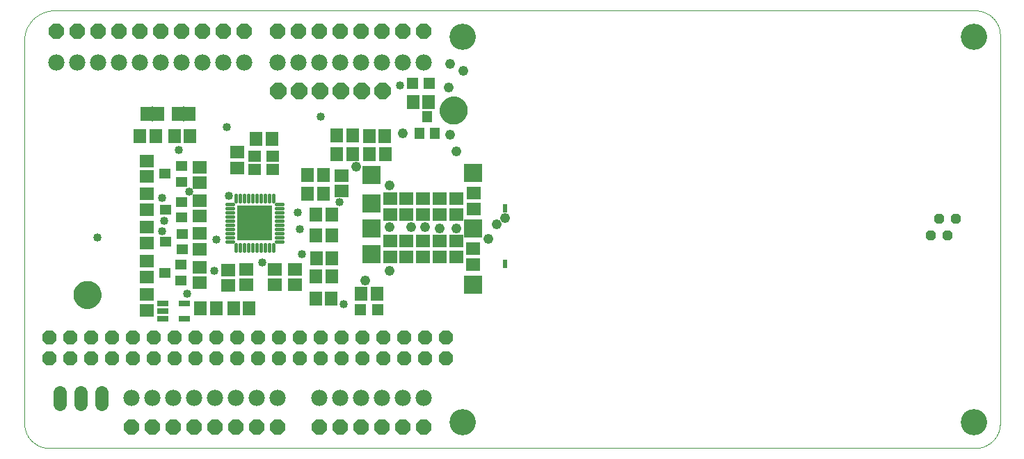
<source format=gts>
G75*
%MOIN*%
%OFA0B0*%
%FSLAX25Y25*%
%IPPOS*%
%LPD*%
%AMOC8*
5,1,8,0,0,1.08239X$1,22.5*
%
%ADD10C,0.00000*%
%ADD11C,0.12611*%
%ADD12R,0.16548X0.16548*%
%ADD13C,0.01784*%
%ADD14R,0.05918X0.06706*%
%ADD15R,0.06706X0.05918*%
%ADD16R,0.08674X0.08674*%
%ADD17R,0.06312X0.05524*%
%ADD18R,0.02493X0.01902*%
%ADD19R,0.05524X0.05524*%
%ADD20R,0.05524X0.02965*%
%ADD21C,0.04724*%
%ADD22C,0.04737*%
%ADD23OC8,0.07400*%
%ADD24R,0.05400X0.07100*%
%ADD25R,0.00600X0.07200*%
%ADD26R,0.05800X0.04737*%
%ADD27C,0.07800*%
%ADD28OC8,0.07800*%
%ADD29R,0.04737X0.05800*%
%ADD30C,0.06400*%
%ADD31OC8,0.06800*%
%ADD32C,0.03981*%
%ADD33C,0.04769*%
%ADD34C,0.04375*%
%ADD35OC8,0.04769*%
D10*
X0063780Y0019811D02*
X0063780Y0204189D01*
X0063796Y0204540D01*
X0063822Y0204891D01*
X0063855Y0205240D01*
X0063898Y0205589D01*
X0063949Y0205937D01*
X0064008Y0206283D01*
X0064076Y0206628D01*
X0064152Y0206971D01*
X0064237Y0207312D01*
X0064330Y0207651D01*
X0064432Y0207988D01*
X0064541Y0208322D01*
X0064659Y0208653D01*
X0064785Y0208981D01*
X0064919Y0209306D01*
X0065060Y0209628D01*
X0065210Y0209946D01*
X0065368Y0210260D01*
X0065533Y0210570D01*
X0065705Y0210876D01*
X0065885Y0211178D01*
X0066073Y0211475D01*
X0066268Y0211768D01*
X0066469Y0212056D01*
X0066678Y0212338D01*
X0066894Y0212616D01*
X0067116Y0212888D01*
X0067345Y0213154D01*
X0067581Y0213415D01*
X0067823Y0213670D01*
X0068071Y0213919D01*
X0068325Y0214162D01*
X0068585Y0214399D01*
X0068851Y0214629D01*
X0069122Y0214852D01*
X0069399Y0215069D01*
X0069680Y0215279D01*
X0069967Y0215482D01*
X0070259Y0215678D01*
X0070556Y0215866D01*
X0070857Y0216047D01*
X0071162Y0216221D01*
X0071472Y0216388D01*
X0071786Y0216546D01*
X0072103Y0216697D01*
X0072424Y0216840D01*
X0072749Y0216975D01*
X0073076Y0217102D01*
X0073407Y0217221D01*
X0073740Y0217332D01*
X0074077Y0217435D01*
X0074415Y0217529D01*
X0074756Y0217615D01*
X0075099Y0217693D01*
X0075443Y0217762D01*
X0075789Y0217823D01*
X0076137Y0217875D01*
X0076486Y0217919D01*
X0076835Y0217954D01*
X0077186Y0217980D01*
X0077537Y0217998D01*
X0077888Y0218008D01*
X0078240Y0218008D01*
X0078591Y0218000D01*
X0519409Y0218000D01*
X0531280Y0206189D02*
X0531280Y0019811D01*
X0531279Y0019811D02*
X0531275Y0019525D01*
X0531264Y0019239D01*
X0531246Y0018953D01*
X0531221Y0018668D01*
X0531189Y0018384D01*
X0531151Y0018100D01*
X0531105Y0017818D01*
X0531053Y0017537D01*
X0530994Y0017257D01*
X0530928Y0016978D01*
X0530855Y0016701D01*
X0530776Y0016426D01*
X0530690Y0016153D01*
X0530598Y0015883D01*
X0530499Y0015614D01*
X0530394Y0015348D01*
X0530282Y0015085D01*
X0530164Y0014824D01*
X0530040Y0014566D01*
X0529909Y0014312D01*
X0529772Y0014060D01*
X0529630Y0013812D01*
X0529481Y0013568D01*
X0529327Y0013327D01*
X0529166Y0013090D01*
X0529000Y0012857D01*
X0528829Y0012628D01*
X0528652Y0012403D01*
X0528469Y0012183D01*
X0528282Y0011967D01*
X0528089Y0011755D01*
X0527891Y0011549D01*
X0527688Y0011347D01*
X0527481Y0011150D01*
X0527268Y0010958D01*
X0527051Y0010771D01*
X0526830Y0010590D01*
X0526604Y0010414D01*
X0526374Y0010244D01*
X0526140Y0010079D01*
X0525903Y0009920D01*
X0525661Y0009767D01*
X0525416Y0009619D01*
X0525167Y0009478D01*
X0524915Y0009342D01*
X0524660Y0009213D01*
X0524401Y0009090D01*
X0524140Y0008973D01*
X0523876Y0008863D01*
X0523610Y0008759D01*
X0523341Y0008661D01*
X0523069Y0008570D01*
X0522796Y0008486D01*
X0522521Y0008408D01*
X0522244Y0008337D01*
X0521965Y0008273D01*
X0521685Y0008215D01*
X0521403Y0008164D01*
X0521120Y0008120D01*
X0520837Y0008083D01*
X0520552Y0008052D01*
X0520267Y0008029D01*
X0519981Y0008012D01*
X0519695Y0008003D01*
X0519409Y0008000D01*
X0075591Y0008000D01*
X0075306Y0008003D01*
X0075020Y0008014D01*
X0074735Y0008031D01*
X0074451Y0008055D01*
X0074167Y0008086D01*
X0073884Y0008124D01*
X0073603Y0008169D01*
X0073322Y0008220D01*
X0073042Y0008278D01*
X0072764Y0008343D01*
X0072488Y0008415D01*
X0072214Y0008493D01*
X0071941Y0008578D01*
X0071671Y0008670D01*
X0071403Y0008768D01*
X0071137Y0008872D01*
X0070874Y0008983D01*
X0070614Y0009100D01*
X0070356Y0009223D01*
X0070102Y0009353D01*
X0069851Y0009489D01*
X0069603Y0009630D01*
X0069359Y0009778D01*
X0069118Y0009931D01*
X0068882Y0010091D01*
X0068649Y0010256D01*
X0068420Y0010426D01*
X0068195Y0010602D01*
X0067975Y0010784D01*
X0067759Y0010970D01*
X0067548Y0011162D01*
X0067341Y0011359D01*
X0067139Y0011561D01*
X0066942Y0011768D01*
X0066750Y0011979D01*
X0066564Y0012195D01*
X0066382Y0012415D01*
X0066206Y0012640D01*
X0066036Y0012869D01*
X0065871Y0013102D01*
X0065711Y0013338D01*
X0065558Y0013579D01*
X0065410Y0013823D01*
X0065269Y0014071D01*
X0065133Y0014322D01*
X0065003Y0014576D01*
X0064880Y0014834D01*
X0064763Y0015094D01*
X0064652Y0015357D01*
X0064548Y0015623D01*
X0064450Y0015891D01*
X0064358Y0016161D01*
X0064273Y0016434D01*
X0064195Y0016708D01*
X0064123Y0016984D01*
X0064058Y0017262D01*
X0064000Y0017542D01*
X0063949Y0017823D01*
X0063904Y0018104D01*
X0063866Y0018387D01*
X0063835Y0018671D01*
X0063811Y0018955D01*
X0063794Y0019240D01*
X0063783Y0019526D01*
X0063780Y0019811D01*
X0267874Y0020500D02*
X0267876Y0020653D01*
X0267882Y0020807D01*
X0267892Y0020960D01*
X0267906Y0021112D01*
X0267924Y0021265D01*
X0267946Y0021416D01*
X0267971Y0021567D01*
X0268001Y0021718D01*
X0268035Y0021868D01*
X0268072Y0022016D01*
X0268113Y0022164D01*
X0268158Y0022310D01*
X0268207Y0022456D01*
X0268260Y0022600D01*
X0268316Y0022742D01*
X0268376Y0022883D01*
X0268440Y0023023D01*
X0268507Y0023161D01*
X0268578Y0023297D01*
X0268653Y0023431D01*
X0268730Y0023563D01*
X0268812Y0023693D01*
X0268896Y0023821D01*
X0268984Y0023947D01*
X0269075Y0024070D01*
X0269169Y0024191D01*
X0269267Y0024309D01*
X0269367Y0024425D01*
X0269471Y0024538D01*
X0269577Y0024649D01*
X0269686Y0024757D01*
X0269798Y0024862D01*
X0269912Y0024963D01*
X0270030Y0025062D01*
X0270149Y0025158D01*
X0270271Y0025251D01*
X0270396Y0025340D01*
X0270523Y0025427D01*
X0270652Y0025509D01*
X0270783Y0025589D01*
X0270916Y0025665D01*
X0271051Y0025738D01*
X0271188Y0025807D01*
X0271327Y0025872D01*
X0271467Y0025934D01*
X0271609Y0025992D01*
X0271752Y0026047D01*
X0271897Y0026098D01*
X0272043Y0026145D01*
X0272190Y0026188D01*
X0272338Y0026227D01*
X0272487Y0026263D01*
X0272637Y0026294D01*
X0272788Y0026322D01*
X0272939Y0026346D01*
X0273092Y0026366D01*
X0273244Y0026382D01*
X0273397Y0026394D01*
X0273550Y0026402D01*
X0273703Y0026406D01*
X0273857Y0026406D01*
X0274010Y0026402D01*
X0274163Y0026394D01*
X0274316Y0026382D01*
X0274468Y0026366D01*
X0274621Y0026346D01*
X0274772Y0026322D01*
X0274923Y0026294D01*
X0275073Y0026263D01*
X0275222Y0026227D01*
X0275370Y0026188D01*
X0275517Y0026145D01*
X0275663Y0026098D01*
X0275808Y0026047D01*
X0275951Y0025992D01*
X0276093Y0025934D01*
X0276233Y0025872D01*
X0276372Y0025807D01*
X0276509Y0025738D01*
X0276644Y0025665D01*
X0276777Y0025589D01*
X0276908Y0025509D01*
X0277037Y0025427D01*
X0277164Y0025340D01*
X0277289Y0025251D01*
X0277411Y0025158D01*
X0277530Y0025062D01*
X0277648Y0024963D01*
X0277762Y0024862D01*
X0277874Y0024757D01*
X0277983Y0024649D01*
X0278089Y0024538D01*
X0278193Y0024425D01*
X0278293Y0024309D01*
X0278391Y0024191D01*
X0278485Y0024070D01*
X0278576Y0023947D01*
X0278664Y0023821D01*
X0278748Y0023693D01*
X0278830Y0023563D01*
X0278907Y0023431D01*
X0278982Y0023297D01*
X0279053Y0023161D01*
X0279120Y0023023D01*
X0279184Y0022883D01*
X0279244Y0022742D01*
X0279300Y0022600D01*
X0279353Y0022456D01*
X0279402Y0022310D01*
X0279447Y0022164D01*
X0279488Y0022016D01*
X0279525Y0021868D01*
X0279559Y0021718D01*
X0279589Y0021567D01*
X0279614Y0021416D01*
X0279636Y0021265D01*
X0279654Y0021112D01*
X0279668Y0020960D01*
X0279678Y0020807D01*
X0279684Y0020653D01*
X0279686Y0020500D01*
X0279684Y0020347D01*
X0279678Y0020193D01*
X0279668Y0020040D01*
X0279654Y0019888D01*
X0279636Y0019735D01*
X0279614Y0019584D01*
X0279589Y0019433D01*
X0279559Y0019282D01*
X0279525Y0019132D01*
X0279488Y0018984D01*
X0279447Y0018836D01*
X0279402Y0018690D01*
X0279353Y0018544D01*
X0279300Y0018400D01*
X0279244Y0018258D01*
X0279184Y0018117D01*
X0279120Y0017977D01*
X0279053Y0017839D01*
X0278982Y0017703D01*
X0278907Y0017569D01*
X0278830Y0017437D01*
X0278748Y0017307D01*
X0278664Y0017179D01*
X0278576Y0017053D01*
X0278485Y0016930D01*
X0278391Y0016809D01*
X0278293Y0016691D01*
X0278193Y0016575D01*
X0278089Y0016462D01*
X0277983Y0016351D01*
X0277874Y0016243D01*
X0277762Y0016138D01*
X0277648Y0016037D01*
X0277530Y0015938D01*
X0277411Y0015842D01*
X0277289Y0015749D01*
X0277164Y0015660D01*
X0277037Y0015573D01*
X0276908Y0015491D01*
X0276777Y0015411D01*
X0276644Y0015335D01*
X0276509Y0015262D01*
X0276372Y0015193D01*
X0276233Y0015128D01*
X0276093Y0015066D01*
X0275951Y0015008D01*
X0275808Y0014953D01*
X0275663Y0014902D01*
X0275517Y0014855D01*
X0275370Y0014812D01*
X0275222Y0014773D01*
X0275073Y0014737D01*
X0274923Y0014706D01*
X0274772Y0014678D01*
X0274621Y0014654D01*
X0274468Y0014634D01*
X0274316Y0014618D01*
X0274163Y0014606D01*
X0274010Y0014598D01*
X0273857Y0014594D01*
X0273703Y0014594D01*
X0273550Y0014598D01*
X0273397Y0014606D01*
X0273244Y0014618D01*
X0273092Y0014634D01*
X0272939Y0014654D01*
X0272788Y0014678D01*
X0272637Y0014706D01*
X0272487Y0014737D01*
X0272338Y0014773D01*
X0272190Y0014812D01*
X0272043Y0014855D01*
X0271897Y0014902D01*
X0271752Y0014953D01*
X0271609Y0015008D01*
X0271467Y0015066D01*
X0271327Y0015128D01*
X0271188Y0015193D01*
X0271051Y0015262D01*
X0270916Y0015335D01*
X0270783Y0015411D01*
X0270652Y0015491D01*
X0270523Y0015573D01*
X0270396Y0015660D01*
X0270271Y0015749D01*
X0270149Y0015842D01*
X0270030Y0015938D01*
X0269912Y0016037D01*
X0269798Y0016138D01*
X0269686Y0016243D01*
X0269577Y0016351D01*
X0269471Y0016462D01*
X0269367Y0016575D01*
X0269267Y0016691D01*
X0269169Y0016809D01*
X0269075Y0016930D01*
X0268984Y0017053D01*
X0268896Y0017179D01*
X0268812Y0017307D01*
X0268730Y0017437D01*
X0268653Y0017569D01*
X0268578Y0017703D01*
X0268507Y0017839D01*
X0268440Y0017977D01*
X0268376Y0018117D01*
X0268316Y0018258D01*
X0268260Y0018400D01*
X0268207Y0018544D01*
X0268158Y0018690D01*
X0268113Y0018836D01*
X0268072Y0018984D01*
X0268035Y0019132D01*
X0268001Y0019282D01*
X0267971Y0019433D01*
X0267946Y0019584D01*
X0267924Y0019735D01*
X0267906Y0019888D01*
X0267892Y0020040D01*
X0267882Y0020193D01*
X0267876Y0020347D01*
X0267874Y0020500D01*
X0512874Y0020500D02*
X0512876Y0020653D01*
X0512882Y0020807D01*
X0512892Y0020960D01*
X0512906Y0021112D01*
X0512924Y0021265D01*
X0512946Y0021416D01*
X0512971Y0021567D01*
X0513001Y0021718D01*
X0513035Y0021868D01*
X0513072Y0022016D01*
X0513113Y0022164D01*
X0513158Y0022310D01*
X0513207Y0022456D01*
X0513260Y0022600D01*
X0513316Y0022742D01*
X0513376Y0022883D01*
X0513440Y0023023D01*
X0513507Y0023161D01*
X0513578Y0023297D01*
X0513653Y0023431D01*
X0513730Y0023563D01*
X0513812Y0023693D01*
X0513896Y0023821D01*
X0513984Y0023947D01*
X0514075Y0024070D01*
X0514169Y0024191D01*
X0514267Y0024309D01*
X0514367Y0024425D01*
X0514471Y0024538D01*
X0514577Y0024649D01*
X0514686Y0024757D01*
X0514798Y0024862D01*
X0514912Y0024963D01*
X0515030Y0025062D01*
X0515149Y0025158D01*
X0515271Y0025251D01*
X0515396Y0025340D01*
X0515523Y0025427D01*
X0515652Y0025509D01*
X0515783Y0025589D01*
X0515916Y0025665D01*
X0516051Y0025738D01*
X0516188Y0025807D01*
X0516327Y0025872D01*
X0516467Y0025934D01*
X0516609Y0025992D01*
X0516752Y0026047D01*
X0516897Y0026098D01*
X0517043Y0026145D01*
X0517190Y0026188D01*
X0517338Y0026227D01*
X0517487Y0026263D01*
X0517637Y0026294D01*
X0517788Y0026322D01*
X0517939Y0026346D01*
X0518092Y0026366D01*
X0518244Y0026382D01*
X0518397Y0026394D01*
X0518550Y0026402D01*
X0518703Y0026406D01*
X0518857Y0026406D01*
X0519010Y0026402D01*
X0519163Y0026394D01*
X0519316Y0026382D01*
X0519468Y0026366D01*
X0519621Y0026346D01*
X0519772Y0026322D01*
X0519923Y0026294D01*
X0520073Y0026263D01*
X0520222Y0026227D01*
X0520370Y0026188D01*
X0520517Y0026145D01*
X0520663Y0026098D01*
X0520808Y0026047D01*
X0520951Y0025992D01*
X0521093Y0025934D01*
X0521233Y0025872D01*
X0521372Y0025807D01*
X0521509Y0025738D01*
X0521644Y0025665D01*
X0521777Y0025589D01*
X0521908Y0025509D01*
X0522037Y0025427D01*
X0522164Y0025340D01*
X0522289Y0025251D01*
X0522411Y0025158D01*
X0522530Y0025062D01*
X0522648Y0024963D01*
X0522762Y0024862D01*
X0522874Y0024757D01*
X0522983Y0024649D01*
X0523089Y0024538D01*
X0523193Y0024425D01*
X0523293Y0024309D01*
X0523391Y0024191D01*
X0523485Y0024070D01*
X0523576Y0023947D01*
X0523664Y0023821D01*
X0523748Y0023693D01*
X0523830Y0023563D01*
X0523907Y0023431D01*
X0523982Y0023297D01*
X0524053Y0023161D01*
X0524120Y0023023D01*
X0524184Y0022883D01*
X0524244Y0022742D01*
X0524300Y0022600D01*
X0524353Y0022456D01*
X0524402Y0022310D01*
X0524447Y0022164D01*
X0524488Y0022016D01*
X0524525Y0021868D01*
X0524559Y0021718D01*
X0524589Y0021567D01*
X0524614Y0021416D01*
X0524636Y0021265D01*
X0524654Y0021112D01*
X0524668Y0020960D01*
X0524678Y0020807D01*
X0524684Y0020653D01*
X0524686Y0020500D01*
X0524684Y0020347D01*
X0524678Y0020193D01*
X0524668Y0020040D01*
X0524654Y0019888D01*
X0524636Y0019735D01*
X0524614Y0019584D01*
X0524589Y0019433D01*
X0524559Y0019282D01*
X0524525Y0019132D01*
X0524488Y0018984D01*
X0524447Y0018836D01*
X0524402Y0018690D01*
X0524353Y0018544D01*
X0524300Y0018400D01*
X0524244Y0018258D01*
X0524184Y0018117D01*
X0524120Y0017977D01*
X0524053Y0017839D01*
X0523982Y0017703D01*
X0523907Y0017569D01*
X0523830Y0017437D01*
X0523748Y0017307D01*
X0523664Y0017179D01*
X0523576Y0017053D01*
X0523485Y0016930D01*
X0523391Y0016809D01*
X0523293Y0016691D01*
X0523193Y0016575D01*
X0523089Y0016462D01*
X0522983Y0016351D01*
X0522874Y0016243D01*
X0522762Y0016138D01*
X0522648Y0016037D01*
X0522530Y0015938D01*
X0522411Y0015842D01*
X0522289Y0015749D01*
X0522164Y0015660D01*
X0522037Y0015573D01*
X0521908Y0015491D01*
X0521777Y0015411D01*
X0521644Y0015335D01*
X0521509Y0015262D01*
X0521372Y0015193D01*
X0521233Y0015128D01*
X0521093Y0015066D01*
X0520951Y0015008D01*
X0520808Y0014953D01*
X0520663Y0014902D01*
X0520517Y0014855D01*
X0520370Y0014812D01*
X0520222Y0014773D01*
X0520073Y0014737D01*
X0519923Y0014706D01*
X0519772Y0014678D01*
X0519621Y0014654D01*
X0519468Y0014634D01*
X0519316Y0014618D01*
X0519163Y0014606D01*
X0519010Y0014598D01*
X0518857Y0014594D01*
X0518703Y0014594D01*
X0518550Y0014598D01*
X0518397Y0014606D01*
X0518244Y0014618D01*
X0518092Y0014634D01*
X0517939Y0014654D01*
X0517788Y0014678D01*
X0517637Y0014706D01*
X0517487Y0014737D01*
X0517338Y0014773D01*
X0517190Y0014812D01*
X0517043Y0014855D01*
X0516897Y0014902D01*
X0516752Y0014953D01*
X0516609Y0015008D01*
X0516467Y0015066D01*
X0516327Y0015128D01*
X0516188Y0015193D01*
X0516051Y0015262D01*
X0515916Y0015335D01*
X0515783Y0015411D01*
X0515652Y0015491D01*
X0515523Y0015573D01*
X0515396Y0015660D01*
X0515271Y0015749D01*
X0515149Y0015842D01*
X0515030Y0015938D01*
X0514912Y0016037D01*
X0514798Y0016138D01*
X0514686Y0016243D01*
X0514577Y0016351D01*
X0514471Y0016462D01*
X0514367Y0016575D01*
X0514267Y0016691D01*
X0514169Y0016809D01*
X0514075Y0016930D01*
X0513984Y0017053D01*
X0513896Y0017179D01*
X0513812Y0017307D01*
X0513730Y0017437D01*
X0513653Y0017569D01*
X0513578Y0017703D01*
X0513507Y0017839D01*
X0513440Y0017977D01*
X0513376Y0018117D01*
X0513316Y0018258D01*
X0513260Y0018400D01*
X0513207Y0018544D01*
X0513158Y0018690D01*
X0513113Y0018836D01*
X0513072Y0018984D01*
X0513035Y0019132D01*
X0513001Y0019282D01*
X0512971Y0019433D01*
X0512946Y0019584D01*
X0512924Y0019735D01*
X0512906Y0019888D01*
X0512892Y0020040D01*
X0512882Y0020193D01*
X0512876Y0020347D01*
X0512874Y0020500D01*
X0512874Y0205500D02*
X0512876Y0205653D01*
X0512882Y0205807D01*
X0512892Y0205960D01*
X0512906Y0206112D01*
X0512924Y0206265D01*
X0512946Y0206416D01*
X0512971Y0206567D01*
X0513001Y0206718D01*
X0513035Y0206868D01*
X0513072Y0207016D01*
X0513113Y0207164D01*
X0513158Y0207310D01*
X0513207Y0207456D01*
X0513260Y0207600D01*
X0513316Y0207742D01*
X0513376Y0207883D01*
X0513440Y0208023D01*
X0513507Y0208161D01*
X0513578Y0208297D01*
X0513653Y0208431D01*
X0513730Y0208563D01*
X0513812Y0208693D01*
X0513896Y0208821D01*
X0513984Y0208947D01*
X0514075Y0209070D01*
X0514169Y0209191D01*
X0514267Y0209309D01*
X0514367Y0209425D01*
X0514471Y0209538D01*
X0514577Y0209649D01*
X0514686Y0209757D01*
X0514798Y0209862D01*
X0514912Y0209963D01*
X0515030Y0210062D01*
X0515149Y0210158D01*
X0515271Y0210251D01*
X0515396Y0210340D01*
X0515523Y0210427D01*
X0515652Y0210509D01*
X0515783Y0210589D01*
X0515916Y0210665D01*
X0516051Y0210738D01*
X0516188Y0210807D01*
X0516327Y0210872D01*
X0516467Y0210934D01*
X0516609Y0210992D01*
X0516752Y0211047D01*
X0516897Y0211098D01*
X0517043Y0211145D01*
X0517190Y0211188D01*
X0517338Y0211227D01*
X0517487Y0211263D01*
X0517637Y0211294D01*
X0517788Y0211322D01*
X0517939Y0211346D01*
X0518092Y0211366D01*
X0518244Y0211382D01*
X0518397Y0211394D01*
X0518550Y0211402D01*
X0518703Y0211406D01*
X0518857Y0211406D01*
X0519010Y0211402D01*
X0519163Y0211394D01*
X0519316Y0211382D01*
X0519468Y0211366D01*
X0519621Y0211346D01*
X0519772Y0211322D01*
X0519923Y0211294D01*
X0520073Y0211263D01*
X0520222Y0211227D01*
X0520370Y0211188D01*
X0520517Y0211145D01*
X0520663Y0211098D01*
X0520808Y0211047D01*
X0520951Y0210992D01*
X0521093Y0210934D01*
X0521233Y0210872D01*
X0521372Y0210807D01*
X0521509Y0210738D01*
X0521644Y0210665D01*
X0521777Y0210589D01*
X0521908Y0210509D01*
X0522037Y0210427D01*
X0522164Y0210340D01*
X0522289Y0210251D01*
X0522411Y0210158D01*
X0522530Y0210062D01*
X0522648Y0209963D01*
X0522762Y0209862D01*
X0522874Y0209757D01*
X0522983Y0209649D01*
X0523089Y0209538D01*
X0523193Y0209425D01*
X0523293Y0209309D01*
X0523391Y0209191D01*
X0523485Y0209070D01*
X0523576Y0208947D01*
X0523664Y0208821D01*
X0523748Y0208693D01*
X0523830Y0208563D01*
X0523907Y0208431D01*
X0523982Y0208297D01*
X0524053Y0208161D01*
X0524120Y0208023D01*
X0524184Y0207883D01*
X0524244Y0207742D01*
X0524300Y0207600D01*
X0524353Y0207456D01*
X0524402Y0207310D01*
X0524447Y0207164D01*
X0524488Y0207016D01*
X0524525Y0206868D01*
X0524559Y0206718D01*
X0524589Y0206567D01*
X0524614Y0206416D01*
X0524636Y0206265D01*
X0524654Y0206112D01*
X0524668Y0205960D01*
X0524678Y0205807D01*
X0524684Y0205653D01*
X0524686Y0205500D01*
X0524684Y0205347D01*
X0524678Y0205193D01*
X0524668Y0205040D01*
X0524654Y0204888D01*
X0524636Y0204735D01*
X0524614Y0204584D01*
X0524589Y0204433D01*
X0524559Y0204282D01*
X0524525Y0204132D01*
X0524488Y0203984D01*
X0524447Y0203836D01*
X0524402Y0203690D01*
X0524353Y0203544D01*
X0524300Y0203400D01*
X0524244Y0203258D01*
X0524184Y0203117D01*
X0524120Y0202977D01*
X0524053Y0202839D01*
X0523982Y0202703D01*
X0523907Y0202569D01*
X0523830Y0202437D01*
X0523748Y0202307D01*
X0523664Y0202179D01*
X0523576Y0202053D01*
X0523485Y0201930D01*
X0523391Y0201809D01*
X0523293Y0201691D01*
X0523193Y0201575D01*
X0523089Y0201462D01*
X0522983Y0201351D01*
X0522874Y0201243D01*
X0522762Y0201138D01*
X0522648Y0201037D01*
X0522530Y0200938D01*
X0522411Y0200842D01*
X0522289Y0200749D01*
X0522164Y0200660D01*
X0522037Y0200573D01*
X0521908Y0200491D01*
X0521777Y0200411D01*
X0521644Y0200335D01*
X0521509Y0200262D01*
X0521372Y0200193D01*
X0521233Y0200128D01*
X0521093Y0200066D01*
X0520951Y0200008D01*
X0520808Y0199953D01*
X0520663Y0199902D01*
X0520517Y0199855D01*
X0520370Y0199812D01*
X0520222Y0199773D01*
X0520073Y0199737D01*
X0519923Y0199706D01*
X0519772Y0199678D01*
X0519621Y0199654D01*
X0519468Y0199634D01*
X0519316Y0199618D01*
X0519163Y0199606D01*
X0519010Y0199598D01*
X0518857Y0199594D01*
X0518703Y0199594D01*
X0518550Y0199598D01*
X0518397Y0199606D01*
X0518244Y0199618D01*
X0518092Y0199634D01*
X0517939Y0199654D01*
X0517788Y0199678D01*
X0517637Y0199706D01*
X0517487Y0199737D01*
X0517338Y0199773D01*
X0517190Y0199812D01*
X0517043Y0199855D01*
X0516897Y0199902D01*
X0516752Y0199953D01*
X0516609Y0200008D01*
X0516467Y0200066D01*
X0516327Y0200128D01*
X0516188Y0200193D01*
X0516051Y0200262D01*
X0515916Y0200335D01*
X0515783Y0200411D01*
X0515652Y0200491D01*
X0515523Y0200573D01*
X0515396Y0200660D01*
X0515271Y0200749D01*
X0515149Y0200842D01*
X0515030Y0200938D01*
X0514912Y0201037D01*
X0514798Y0201138D01*
X0514686Y0201243D01*
X0514577Y0201351D01*
X0514471Y0201462D01*
X0514367Y0201575D01*
X0514267Y0201691D01*
X0514169Y0201809D01*
X0514075Y0201930D01*
X0513984Y0202053D01*
X0513896Y0202179D01*
X0513812Y0202307D01*
X0513730Y0202437D01*
X0513653Y0202569D01*
X0513578Y0202703D01*
X0513507Y0202839D01*
X0513440Y0202977D01*
X0513376Y0203117D01*
X0513316Y0203258D01*
X0513260Y0203400D01*
X0513207Y0203544D01*
X0513158Y0203690D01*
X0513113Y0203836D01*
X0513072Y0203984D01*
X0513035Y0204132D01*
X0513001Y0204282D01*
X0512971Y0204433D01*
X0512946Y0204584D01*
X0512924Y0204735D01*
X0512906Y0204888D01*
X0512892Y0205040D01*
X0512882Y0205193D01*
X0512876Y0205347D01*
X0512874Y0205500D01*
X0519409Y0218000D02*
X0519695Y0217997D01*
X0519981Y0217988D01*
X0520267Y0217971D01*
X0520552Y0217948D01*
X0520837Y0217917D01*
X0521120Y0217880D01*
X0521403Y0217836D01*
X0521685Y0217785D01*
X0521965Y0217727D01*
X0522244Y0217663D01*
X0522521Y0217592D01*
X0522796Y0217514D01*
X0523069Y0217430D01*
X0523341Y0217339D01*
X0523610Y0217241D01*
X0523876Y0217137D01*
X0524140Y0217027D01*
X0524401Y0216910D01*
X0524660Y0216787D01*
X0524915Y0216658D01*
X0525167Y0216522D01*
X0525416Y0216381D01*
X0525661Y0216233D01*
X0525903Y0216080D01*
X0526140Y0215921D01*
X0526374Y0215756D01*
X0526604Y0215586D01*
X0526830Y0215410D01*
X0527051Y0215229D01*
X0527268Y0215042D01*
X0527481Y0214850D01*
X0527688Y0214653D01*
X0527891Y0214451D01*
X0528089Y0214245D01*
X0528282Y0214033D01*
X0528469Y0213817D01*
X0528652Y0213597D01*
X0528829Y0213372D01*
X0529000Y0213143D01*
X0529166Y0212910D01*
X0529327Y0212673D01*
X0529481Y0212432D01*
X0529630Y0212188D01*
X0529772Y0211940D01*
X0529909Y0211688D01*
X0530040Y0211434D01*
X0530164Y0211176D01*
X0530282Y0210915D01*
X0530394Y0210652D01*
X0530499Y0210386D01*
X0530598Y0210117D01*
X0530690Y0209847D01*
X0530776Y0209574D01*
X0530855Y0209299D01*
X0530928Y0209022D01*
X0530994Y0208743D01*
X0531053Y0208463D01*
X0531105Y0208182D01*
X0531151Y0207900D01*
X0531189Y0207616D01*
X0531221Y0207332D01*
X0531246Y0207047D01*
X0531264Y0206761D01*
X0531275Y0206475D01*
X0531279Y0206189D01*
X0267874Y0205500D02*
X0267876Y0205653D01*
X0267882Y0205807D01*
X0267892Y0205960D01*
X0267906Y0206112D01*
X0267924Y0206265D01*
X0267946Y0206416D01*
X0267971Y0206567D01*
X0268001Y0206718D01*
X0268035Y0206868D01*
X0268072Y0207016D01*
X0268113Y0207164D01*
X0268158Y0207310D01*
X0268207Y0207456D01*
X0268260Y0207600D01*
X0268316Y0207742D01*
X0268376Y0207883D01*
X0268440Y0208023D01*
X0268507Y0208161D01*
X0268578Y0208297D01*
X0268653Y0208431D01*
X0268730Y0208563D01*
X0268812Y0208693D01*
X0268896Y0208821D01*
X0268984Y0208947D01*
X0269075Y0209070D01*
X0269169Y0209191D01*
X0269267Y0209309D01*
X0269367Y0209425D01*
X0269471Y0209538D01*
X0269577Y0209649D01*
X0269686Y0209757D01*
X0269798Y0209862D01*
X0269912Y0209963D01*
X0270030Y0210062D01*
X0270149Y0210158D01*
X0270271Y0210251D01*
X0270396Y0210340D01*
X0270523Y0210427D01*
X0270652Y0210509D01*
X0270783Y0210589D01*
X0270916Y0210665D01*
X0271051Y0210738D01*
X0271188Y0210807D01*
X0271327Y0210872D01*
X0271467Y0210934D01*
X0271609Y0210992D01*
X0271752Y0211047D01*
X0271897Y0211098D01*
X0272043Y0211145D01*
X0272190Y0211188D01*
X0272338Y0211227D01*
X0272487Y0211263D01*
X0272637Y0211294D01*
X0272788Y0211322D01*
X0272939Y0211346D01*
X0273092Y0211366D01*
X0273244Y0211382D01*
X0273397Y0211394D01*
X0273550Y0211402D01*
X0273703Y0211406D01*
X0273857Y0211406D01*
X0274010Y0211402D01*
X0274163Y0211394D01*
X0274316Y0211382D01*
X0274468Y0211366D01*
X0274621Y0211346D01*
X0274772Y0211322D01*
X0274923Y0211294D01*
X0275073Y0211263D01*
X0275222Y0211227D01*
X0275370Y0211188D01*
X0275517Y0211145D01*
X0275663Y0211098D01*
X0275808Y0211047D01*
X0275951Y0210992D01*
X0276093Y0210934D01*
X0276233Y0210872D01*
X0276372Y0210807D01*
X0276509Y0210738D01*
X0276644Y0210665D01*
X0276777Y0210589D01*
X0276908Y0210509D01*
X0277037Y0210427D01*
X0277164Y0210340D01*
X0277289Y0210251D01*
X0277411Y0210158D01*
X0277530Y0210062D01*
X0277648Y0209963D01*
X0277762Y0209862D01*
X0277874Y0209757D01*
X0277983Y0209649D01*
X0278089Y0209538D01*
X0278193Y0209425D01*
X0278293Y0209309D01*
X0278391Y0209191D01*
X0278485Y0209070D01*
X0278576Y0208947D01*
X0278664Y0208821D01*
X0278748Y0208693D01*
X0278830Y0208563D01*
X0278907Y0208431D01*
X0278982Y0208297D01*
X0279053Y0208161D01*
X0279120Y0208023D01*
X0279184Y0207883D01*
X0279244Y0207742D01*
X0279300Y0207600D01*
X0279353Y0207456D01*
X0279402Y0207310D01*
X0279447Y0207164D01*
X0279488Y0207016D01*
X0279525Y0206868D01*
X0279559Y0206718D01*
X0279589Y0206567D01*
X0279614Y0206416D01*
X0279636Y0206265D01*
X0279654Y0206112D01*
X0279668Y0205960D01*
X0279678Y0205807D01*
X0279684Y0205653D01*
X0279686Y0205500D01*
X0279684Y0205347D01*
X0279678Y0205193D01*
X0279668Y0205040D01*
X0279654Y0204888D01*
X0279636Y0204735D01*
X0279614Y0204584D01*
X0279589Y0204433D01*
X0279559Y0204282D01*
X0279525Y0204132D01*
X0279488Y0203984D01*
X0279447Y0203836D01*
X0279402Y0203690D01*
X0279353Y0203544D01*
X0279300Y0203400D01*
X0279244Y0203258D01*
X0279184Y0203117D01*
X0279120Y0202977D01*
X0279053Y0202839D01*
X0278982Y0202703D01*
X0278907Y0202569D01*
X0278830Y0202437D01*
X0278748Y0202307D01*
X0278664Y0202179D01*
X0278576Y0202053D01*
X0278485Y0201930D01*
X0278391Y0201809D01*
X0278293Y0201691D01*
X0278193Y0201575D01*
X0278089Y0201462D01*
X0277983Y0201351D01*
X0277874Y0201243D01*
X0277762Y0201138D01*
X0277648Y0201037D01*
X0277530Y0200938D01*
X0277411Y0200842D01*
X0277289Y0200749D01*
X0277164Y0200660D01*
X0277037Y0200573D01*
X0276908Y0200491D01*
X0276777Y0200411D01*
X0276644Y0200335D01*
X0276509Y0200262D01*
X0276372Y0200193D01*
X0276233Y0200128D01*
X0276093Y0200066D01*
X0275951Y0200008D01*
X0275808Y0199953D01*
X0275663Y0199902D01*
X0275517Y0199855D01*
X0275370Y0199812D01*
X0275222Y0199773D01*
X0275073Y0199737D01*
X0274923Y0199706D01*
X0274772Y0199678D01*
X0274621Y0199654D01*
X0274468Y0199634D01*
X0274316Y0199618D01*
X0274163Y0199606D01*
X0274010Y0199598D01*
X0273857Y0199594D01*
X0273703Y0199594D01*
X0273550Y0199598D01*
X0273397Y0199606D01*
X0273244Y0199618D01*
X0273092Y0199634D01*
X0272939Y0199654D01*
X0272788Y0199678D01*
X0272637Y0199706D01*
X0272487Y0199737D01*
X0272338Y0199773D01*
X0272190Y0199812D01*
X0272043Y0199855D01*
X0271897Y0199902D01*
X0271752Y0199953D01*
X0271609Y0200008D01*
X0271467Y0200066D01*
X0271327Y0200128D01*
X0271188Y0200193D01*
X0271051Y0200262D01*
X0270916Y0200335D01*
X0270783Y0200411D01*
X0270652Y0200491D01*
X0270523Y0200573D01*
X0270396Y0200660D01*
X0270271Y0200749D01*
X0270149Y0200842D01*
X0270030Y0200938D01*
X0269912Y0201037D01*
X0269798Y0201138D01*
X0269686Y0201243D01*
X0269577Y0201351D01*
X0269471Y0201462D01*
X0269367Y0201575D01*
X0269267Y0201691D01*
X0269169Y0201809D01*
X0269075Y0201930D01*
X0268984Y0202053D01*
X0268896Y0202179D01*
X0268812Y0202307D01*
X0268730Y0202437D01*
X0268653Y0202569D01*
X0268578Y0202703D01*
X0268507Y0202839D01*
X0268440Y0202977D01*
X0268376Y0203117D01*
X0268316Y0203258D01*
X0268260Y0203400D01*
X0268207Y0203544D01*
X0268158Y0203690D01*
X0268113Y0203836D01*
X0268072Y0203984D01*
X0268035Y0204132D01*
X0268001Y0204282D01*
X0267971Y0204433D01*
X0267946Y0204584D01*
X0267924Y0204735D01*
X0267906Y0204888D01*
X0267892Y0205040D01*
X0267882Y0205193D01*
X0267876Y0205347D01*
X0267874Y0205500D01*
D11*
X0273780Y0205500D03*
X0518780Y0205500D03*
X0518780Y0020500D03*
X0273780Y0020500D03*
D12*
X0174094Y0116071D03*
D13*
X0163799Y0117055D02*
X0160847Y0117055D01*
X0160847Y0115087D02*
X0163799Y0115087D01*
X0163799Y0113118D02*
X0160847Y0113118D01*
X0160847Y0111150D02*
X0163799Y0111150D01*
X0163799Y0109181D02*
X0160847Y0109181D01*
X0160847Y0107213D02*
X0163799Y0107213D01*
X0165236Y0105775D02*
X0165236Y0102823D01*
X0167205Y0102823D02*
X0167205Y0105775D01*
X0169173Y0105775D02*
X0169173Y0102823D01*
X0171142Y0102823D02*
X0171142Y0105775D01*
X0173110Y0105775D02*
X0173110Y0102823D01*
X0175079Y0102823D02*
X0175079Y0105775D01*
X0177047Y0105775D02*
X0177047Y0102823D01*
X0179016Y0102823D02*
X0179016Y0105775D01*
X0180984Y0105775D02*
X0180984Y0102823D01*
X0182953Y0102823D02*
X0182953Y0105775D01*
X0184390Y0107213D02*
X0187342Y0107213D01*
X0187342Y0109181D02*
X0184390Y0109181D01*
X0184390Y0111150D02*
X0187342Y0111150D01*
X0187342Y0113118D02*
X0184390Y0113118D01*
X0184390Y0115087D02*
X0187342Y0115087D01*
X0187342Y0117055D02*
X0184390Y0117055D01*
X0184390Y0119024D02*
X0187342Y0119024D01*
X0187342Y0120992D02*
X0184390Y0120992D01*
X0184390Y0122961D02*
X0187342Y0122961D01*
X0187342Y0124929D02*
X0184390Y0124929D01*
X0182953Y0126367D02*
X0182953Y0129319D01*
X0180984Y0129319D02*
X0180984Y0126367D01*
X0179016Y0126367D02*
X0179016Y0129319D01*
X0177047Y0129319D02*
X0177047Y0126367D01*
X0175079Y0126367D02*
X0175079Y0129319D01*
X0173110Y0129319D02*
X0173110Y0126367D01*
X0171142Y0126367D02*
X0171142Y0129319D01*
X0169173Y0129319D02*
X0169173Y0126367D01*
X0167205Y0126367D02*
X0167205Y0129319D01*
X0165236Y0129319D02*
X0165236Y0126367D01*
X0163799Y0124929D02*
X0160847Y0124929D01*
X0160847Y0122961D02*
X0163799Y0122961D01*
X0163799Y0120992D02*
X0160847Y0120992D01*
X0160847Y0119024D02*
X0163799Y0119024D01*
D14*
X0199480Y0130000D03*
X0206961Y0130000D03*
X0206961Y0139000D03*
X0199480Y0139000D03*
X0213496Y0148984D03*
X0220976Y0148984D03*
X0229124Y0148959D03*
X0236604Y0148959D03*
X0236561Y0157837D03*
X0229080Y0157837D03*
X0220976Y0157953D03*
X0213496Y0157953D03*
X0182335Y0156322D03*
X0174855Y0156322D03*
X0143120Y0157800D03*
X0135639Y0157800D03*
X0126720Y0157900D03*
X0119239Y0157900D03*
X0203480Y0120000D03*
X0210961Y0120000D03*
X0210961Y0110000D03*
X0203480Y0110000D03*
X0203639Y0099175D03*
X0211120Y0099175D03*
X0211061Y0090400D03*
X0203580Y0090400D03*
X0225205Y0082209D03*
X0232685Y0082209D03*
X0210920Y0079825D03*
X0203439Y0079825D03*
X0171520Y0075200D03*
X0164039Y0075200D03*
X0155628Y0075086D03*
X0148147Y0075086D03*
X0250039Y0174000D03*
X0257520Y0174000D03*
D15*
X0215720Y0138740D03*
X0215720Y0131260D03*
X0239252Y0127724D03*
X0246752Y0127724D03*
X0254736Y0127724D03*
X0262720Y0127724D03*
X0270705Y0127724D03*
X0279189Y0130256D03*
X0279189Y0122776D03*
X0270705Y0120244D03*
X0262720Y0120244D03*
X0254736Y0120244D03*
X0246752Y0120244D03*
X0239252Y0120244D03*
X0239252Y0107256D03*
X0246752Y0107256D03*
X0254736Y0107256D03*
X0262720Y0107256D03*
X0270705Y0107256D03*
X0278705Y0103724D03*
X0270705Y0099776D03*
X0262720Y0099776D03*
X0254736Y0099776D03*
X0246752Y0099776D03*
X0239252Y0099776D03*
X0278705Y0096244D03*
X0193380Y0093799D03*
X0183780Y0093799D03*
X0183780Y0086319D03*
X0193380Y0086319D03*
X0170220Y0086260D03*
X0161339Y0086060D03*
X0161339Y0093540D03*
X0170220Y0093740D03*
X0147680Y0094740D03*
X0147680Y0087260D03*
X0122507Y0081657D03*
X0122507Y0074176D03*
X0122380Y0090160D03*
X0122380Y0097640D03*
X0122280Y0106460D03*
X0122280Y0113940D03*
X0122380Y0122560D03*
X0122380Y0130040D03*
X0122380Y0138260D03*
X0122380Y0145740D03*
X0147780Y0142740D03*
X0147780Y0135260D03*
X0147780Y0126740D03*
X0147780Y0119260D03*
X0147680Y0110940D03*
X0147680Y0103460D03*
X0165657Y0142476D03*
X0165657Y0149956D03*
D16*
X0230220Y0139000D03*
X0230220Y0125504D03*
X0230220Y0113287D03*
X0230220Y0101071D03*
X0278673Y0113287D03*
X0278689Y0086571D03*
X0278689Y0140004D03*
D17*
X0182688Y0141650D03*
X0174027Y0141650D03*
X0174027Y0147950D03*
X0182688Y0147950D03*
D18*
X0294220Y0124004D03*
X0294220Y0121996D03*
X0294220Y0097504D03*
X0294220Y0095496D03*
D19*
X0233079Y0074335D03*
X0224811Y0074335D03*
X0249646Y0183000D03*
X0257913Y0183000D03*
D20*
X0140360Y0077491D03*
X0130123Y0077491D03*
X0130123Y0073751D03*
X0130123Y0070011D03*
X0140360Y0070011D03*
D21*
X0089669Y0081500D02*
X0089671Y0081631D01*
X0089677Y0081763D01*
X0089687Y0081894D01*
X0089701Y0082025D01*
X0089719Y0082155D01*
X0089741Y0082284D01*
X0089766Y0082413D01*
X0089796Y0082541D01*
X0089830Y0082668D01*
X0089867Y0082795D01*
X0089908Y0082919D01*
X0089953Y0083043D01*
X0090002Y0083165D01*
X0090054Y0083286D01*
X0090110Y0083404D01*
X0090170Y0083522D01*
X0090233Y0083637D01*
X0090300Y0083750D01*
X0090370Y0083862D01*
X0090443Y0083971D01*
X0090519Y0084077D01*
X0090599Y0084182D01*
X0090682Y0084284D01*
X0090768Y0084383D01*
X0090857Y0084480D01*
X0090949Y0084574D01*
X0091044Y0084665D01*
X0091141Y0084754D01*
X0091241Y0084839D01*
X0091344Y0084921D01*
X0091449Y0085000D01*
X0091556Y0085076D01*
X0091666Y0085148D01*
X0091778Y0085217D01*
X0091892Y0085283D01*
X0092007Y0085345D01*
X0092125Y0085404D01*
X0092244Y0085459D01*
X0092365Y0085511D01*
X0092488Y0085558D01*
X0092612Y0085602D01*
X0092737Y0085643D01*
X0092863Y0085679D01*
X0092991Y0085712D01*
X0093119Y0085740D01*
X0093248Y0085765D01*
X0093378Y0085786D01*
X0093508Y0085803D01*
X0093639Y0085816D01*
X0093770Y0085825D01*
X0093901Y0085830D01*
X0094033Y0085831D01*
X0094164Y0085828D01*
X0094296Y0085821D01*
X0094427Y0085810D01*
X0094557Y0085795D01*
X0094687Y0085776D01*
X0094817Y0085753D01*
X0094945Y0085727D01*
X0095073Y0085696D01*
X0095200Y0085661D01*
X0095326Y0085623D01*
X0095450Y0085581D01*
X0095574Y0085535D01*
X0095695Y0085485D01*
X0095815Y0085432D01*
X0095934Y0085375D01*
X0096051Y0085315D01*
X0096165Y0085251D01*
X0096278Y0085183D01*
X0096389Y0085112D01*
X0096498Y0085038D01*
X0096604Y0084961D01*
X0096708Y0084880D01*
X0096809Y0084797D01*
X0096908Y0084710D01*
X0097004Y0084620D01*
X0097097Y0084527D01*
X0097188Y0084432D01*
X0097275Y0084334D01*
X0097360Y0084233D01*
X0097441Y0084130D01*
X0097519Y0084024D01*
X0097594Y0083916D01*
X0097666Y0083806D01*
X0097734Y0083694D01*
X0097799Y0083580D01*
X0097860Y0083463D01*
X0097918Y0083345D01*
X0097972Y0083225D01*
X0098023Y0083104D01*
X0098070Y0082981D01*
X0098113Y0082857D01*
X0098152Y0082732D01*
X0098188Y0082605D01*
X0098219Y0082477D01*
X0098247Y0082349D01*
X0098271Y0082220D01*
X0098291Y0082090D01*
X0098307Y0081959D01*
X0098319Y0081828D01*
X0098327Y0081697D01*
X0098331Y0081566D01*
X0098331Y0081434D01*
X0098327Y0081303D01*
X0098319Y0081172D01*
X0098307Y0081041D01*
X0098291Y0080910D01*
X0098271Y0080780D01*
X0098247Y0080651D01*
X0098219Y0080523D01*
X0098188Y0080395D01*
X0098152Y0080268D01*
X0098113Y0080143D01*
X0098070Y0080019D01*
X0098023Y0079896D01*
X0097972Y0079775D01*
X0097918Y0079655D01*
X0097860Y0079537D01*
X0097799Y0079420D01*
X0097734Y0079306D01*
X0097666Y0079194D01*
X0097594Y0079084D01*
X0097519Y0078976D01*
X0097441Y0078870D01*
X0097360Y0078767D01*
X0097275Y0078666D01*
X0097188Y0078568D01*
X0097097Y0078473D01*
X0097004Y0078380D01*
X0096908Y0078290D01*
X0096809Y0078203D01*
X0096708Y0078120D01*
X0096604Y0078039D01*
X0096498Y0077962D01*
X0096389Y0077888D01*
X0096278Y0077817D01*
X0096166Y0077749D01*
X0096051Y0077685D01*
X0095934Y0077625D01*
X0095815Y0077568D01*
X0095695Y0077515D01*
X0095574Y0077465D01*
X0095450Y0077419D01*
X0095326Y0077377D01*
X0095200Y0077339D01*
X0095073Y0077304D01*
X0094945Y0077273D01*
X0094817Y0077247D01*
X0094687Y0077224D01*
X0094557Y0077205D01*
X0094427Y0077190D01*
X0094296Y0077179D01*
X0094164Y0077172D01*
X0094033Y0077169D01*
X0093901Y0077170D01*
X0093770Y0077175D01*
X0093639Y0077184D01*
X0093508Y0077197D01*
X0093378Y0077214D01*
X0093248Y0077235D01*
X0093119Y0077260D01*
X0092991Y0077288D01*
X0092863Y0077321D01*
X0092737Y0077357D01*
X0092612Y0077398D01*
X0092488Y0077442D01*
X0092365Y0077489D01*
X0092244Y0077541D01*
X0092125Y0077596D01*
X0092007Y0077655D01*
X0091892Y0077717D01*
X0091778Y0077783D01*
X0091666Y0077852D01*
X0091556Y0077924D01*
X0091449Y0078000D01*
X0091344Y0078079D01*
X0091241Y0078161D01*
X0091141Y0078246D01*
X0091044Y0078335D01*
X0090949Y0078426D01*
X0090857Y0078520D01*
X0090768Y0078617D01*
X0090682Y0078716D01*
X0090599Y0078818D01*
X0090519Y0078923D01*
X0090443Y0079029D01*
X0090370Y0079138D01*
X0090300Y0079250D01*
X0090233Y0079363D01*
X0090170Y0079478D01*
X0090110Y0079596D01*
X0090054Y0079714D01*
X0090002Y0079835D01*
X0089953Y0079957D01*
X0089908Y0080081D01*
X0089867Y0080205D01*
X0089830Y0080332D01*
X0089796Y0080459D01*
X0089766Y0080587D01*
X0089741Y0080716D01*
X0089719Y0080845D01*
X0089701Y0080975D01*
X0089687Y0081106D01*
X0089677Y0081237D01*
X0089671Y0081369D01*
X0089669Y0081500D01*
X0265169Y0170000D02*
X0265171Y0170131D01*
X0265177Y0170263D01*
X0265187Y0170394D01*
X0265201Y0170525D01*
X0265219Y0170655D01*
X0265241Y0170784D01*
X0265266Y0170913D01*
X0265296Y0171041D01*
X0265330Y0171168D01*
X0265367Y0171295D01*
X0265408Y0171419D01*
X0265453Y0171543D01*
X0265502Y0171665D01*
X0265554Y0171786D01*
X0265610Y0171904D01*
X0265670Y0172022D01*
X0265733Y0172137D01*
X0265800Y0172250D01*
X0265870Y0172362D01*
X0265943Y0172471D01*
X0266019Y0172577D01*
X0266099Y0172682D01*
X0266182Y0172784D01*
X0266268Y0172883D01*
X0266357Y0172980D01*
X0266449Y0173074D01*
X0266544Y0173165D01*
X0266641Y0173254D01*
X0266741Y0173339D01*
X0266844Y0173421D01*
X0266949Y0173500D01*
X0267056Y0173576D01*
X0267166Y0173648D01*
X0267278Y0173717D01*
X0267392Y0173783D01*
X0267507Y0173845D01*
X0267625Y0173904D01*
X0267744Y0173959D01*
X0267865Y0174011D01*
X0267988Y0174058D01*
X0268112Y0174102D01*
X0268237Y0174143D01*
X0268363Y0174179D01*
X0268491Y0174212D01*
X0268619Y0174240D01*
X0268748Y0174265D01*
X0268878Y0174286D01*
X0269008Y0174303D01*
X0269139Y0174316D01*
X0269270Y0174325D01*
X0269401Y0174330D01*
X0269533Y0174331D01*
X0269664Y0174328D01*
X0269796Y0174321D01*
X0269927Y0174310D01*
X0270057Y0174295D01*
X0270187Y0174276D01*
X0270317Y0174253D01*
X0270445Y0174227D01*
X0270573Y0174196D01*
X0270700Y0174161D01*
X0270826Y0174123D01*
X0270950Y0174081D01*
X0271074Y0174035D01*
X0271195Y0173985D01*
X0271315Y0173932D01*
X0271434Y0173875D01*
X0271551Y0173815D01*
X0271665Y0173751D01*
X0271778Y0173683D01*
X0271889Y0173612D01*
X0271998Y0173538D01*
X0272104Y0173461D01*
X0272208Y0173380D01*
X0272309Y0173297D01*
X0272408Y0173210D01*
X0272504Y0173120D01*
X0272597Y0173027D01*
X0272688Y0172932D01*
X0272775Y0172834D01*
X0272860Y0172733D01*
X0272941Y0172630D01*
X0273019Y0172524D01*
X0273094Y0172416D01*
X0273166Y0172306D01*
X0273234Y0172194D01*
X0273299Y0172080D01*
X0273360Y0171963D01*
X0273418Y0171845D01*
X0273472Y0171725D01*
X0273523Y0171604D01*
X0273570Y0171481D01*
X0273613Y0171357D01*
X0273652Y0171232D01*
X0273688Y0171105D01*
X0273719Y0170977D01*
X0273747Y0170849D01*
X0273771Y0170720D01*
X0273791Y0170590D01*
X0273807Y0170459D01*
X0273819Y0170328D01*
X0273827Y0170197D01*
X0273831Y0170066D01*
X0273831Y0169934D01*
X0273827Y0169803D01*
X0273819Y0169672D01*
X0273807Y0169541D01*
X0273791Y0169410D01*
X0273771Y0169280D01*
X0273747Y0169151D01*
X0273719Y0169023D01*
X0273688Y0168895D01*
X0273652Y0168768D01*
X0273613Y0168643D01*
X0273570Y0168519D01*
X0273523Y0168396D01*
X0273472Y0168275D01*
X0273418Y0168155D01*
X0273360Y0168037D01*
X0273299Y0167920D01*
X0273234Y0167806D01*
X0273166Y0167694D01*
X0273094Y0167584D01*
X0273019Y0167476D01*
X0272941Y0167370D01*
X0272860Y0167267D01*
X0272775Y0167166D01*
X0272688Y0167068D01*
X0272597Y0166973D01*
X0272504Y0166880D01*
X0272408Y0166790D01*
X0272309Y0166703D01*
X0272208Y0166620D01*
X0272104Y0166539D01*
X0271998Y0166462D01*
X0271889Y0166388D01*
X0271778Y0166317D01*
X0271666Y0166249D01*
X0271551Y0166185D01*
X0271434Y0166125D01*
X0271315Y0166068D01*
X0271195Y0166015D01*
X0271074Y0165965D01*
X0270950Y0165919D01*
X0270826Y0165877D01*
X0270700Y0165839D01*
X0270573Y0165804D01*
X0270445Y0165773D01*
X0270317Y0165747D01*
X0270187Y0165724D01*
X0270057Y0165705D01*
X0269927Y0165690D01*
X0269796Y0165679D01*
X0269664Y0165672D01*
X0269533Y0165669D01*
X0269401Y0165670D01*
X0269270Y0165675D01*
X0269139Y0165684D01*
X0269008Y0165697D01*
X0268878Y0165714D01*
X0268748Y0165735D01*
X0268619Y0165760D01*
X0268491Y0165788D01*
X0268363Y0165821D01*
X0268237Y0165857D01*
X0268112Y0165898D01*
X0267988Y0165942D01*
X0267865Y0165989D01*
X0267744Y0166041D01*
X0267625Y0166096D01*
X0267507Y0166155D01*
X0267392Y0166217D01*
X0267278Y0166283D01*
X0267166Y0166352D01*
X0267056Y0166424D01*
X0266949Y0166500D01*
X0266844Y0166579D01*
X0266741Y0166661D01*
X0266641Y0166746D01*
X0266544Y0166835D01*
X0266449Y0166926D01*
X0266357Y0167020D01*
X0266268Y0167117D01*
X0266182Y0167216D01*
X0266099Y0167318D01*
X0266019Y0167423D01*
X0265943Y0167529D01*
X0265870Y0167638D01*
X0265800Y0167750D01*
X0265733Y0167863D01*
X0265670Y0167978D01*
X0265610Y0168096D01*
X0265554Y0168214D01*
X0265502Y0168335D01*
X0265453Y0168457D01*
X0265408Y0168581D01*
X0265367Y0168705D01*
X0265330Y0168832D01*
X0265296Y0168959D01*
X0265266Y0169087D01*
X0265241Y0169216D01*
X0265219Y0169345D01*
X0265201Y0169475D01*
X0265187Y0169606D01*
X0265177Y0169737D01*
X0265171Y0169869D01*
X0265169Y0170000D01*
D22*
X0269500Y0170000D03*
X0094000Y0081500D03*
D23*
X0115000Y0018000D03*
X0125000Y0018000D03*
X0135000Y0018000D03*
X0145000Y0018000D03*
X0155000Y0018000D03*
X0165000Y0018000D03*
X0175000Y0018000D03*
X0185000Y0018000D03*
X0205000Y0018000D03*
X0215000Y0018000D03*
X0225000Y0018000D03*
X0235000Y0018000D03*
X0245000Y0018000D03*
X0255000Y0018000D03*
X0255000Y0208000D03*
X0245000Y0208000D03*
X0235000Y0208000D03*
X0225000Y0208000D03*
X0215000Y0208000D03*
X0205000Y0208000D03*
X0195000Y0208000D03*
X0185000Y0208000D03*
X0169000Y0208000D03*
X0159000Y0208000D03*
X0149000Y0208000D03*
X0139000Y0208000D03*
X0129000Y0208000D03*
X0119000Y0208000D03*
X0109000Y0208000D03*
X0099000Y0208000D03*
X0089000Y0208000D03*
X0079000Y0208000D03*
D24*
X0122180Y0168500D03*
X0128180Y0168500D03*
X0136980Y0168400D03*
X0142980Y0168400D03*
D25*
X0139980Y0168400D03*
X0125180Y0168500D03*
D26*
X0139117Y0143340D03*
X0131243Y0139600D03*
X0139117Y0135860D03*
X0139217Y0126240D03*
X0131343Y0122500D03*
X0139217Y0118760D03*
X0139317Y0110840D03*
X0131443Y0107100D03*
X0139317Y0103360D03*
X0138917Y0095940D03*
X0131043Y0092200D03*
X0138917Y0088460D03*
D27*
X0134980Y0032000D03*
X0144980Y0032000D03*
X0154980Y0032000D03*
X0164980Y0032000D03*
X0174980Y0032000D03*
X0184980Y0032000D03*
X0205080Y0032000D03*
X0215080Y0032000D03*
X0225080Y0032000D03*
X0235080Y0032000D03*
X0245080Y0032000D03*
X0255080Y0032000D03*
X0124980Y0032000D03*
X0114980Y0032000D03*
X0119080Y0193000D03*
X0129080Y0193000D03*
X0139080Y0193000D03*
X0149080Y0193000D03*
X0159080Y0193000D03*
X0169080Y0193000D03*
X0185080Y0193000D03*
X0195080Y0193000D03*
X0205080Y0193000D03*
X0215080Y0193000D03*
X0225080Y0193000D03*
X0235080Y0193000D03*
X0245080Y0193000D03*
X0255080Y0193000D03*
X0109080Y0193000D03*
X0099080Y0193000D03*
X0089080Y0193000D03*
X0079080Y0193000D03*
D28*
X0185280Y0179500D03*
X0195280Y0179500D03*
X0205280Y0179500D03*
X0215280Y0179500D03*
X0225280Y0179500D03*
X0235280Y0179500D03*
D29*
X0256780Y0166937D03*
X0260520Y0159063D03*
X0253039Y0159063D03*
D30*
X0100780Y0034800D02*
X0100780Y0029200D01*
X0090780Y0029200D02*
X0090780Y0034800D01*
X0080780Y0034800D02*
X0080780Y0029200D01*
D31*
X0085780Y0051000D03*
X0095780Y0051000D03*
X0105780Y0051000D03*
X0115780Y0051000D03*
X0125780Y0051000D03*
X0135780Y0051000D03*
X0145780Y0051000D03*
X0155780Y0051000D03*
X0165780Y0051000D03*
X0175780Y0051000D03*
X0185780Y0051000D03*
X0195780Y0051000D03*
X0205780Y0051000D03*
X0215780Y0051000D03*
X0225780Y0051000D03*
X0235780Y0051000D03*
X0245780Y0051000D03*
X0255780Y0051000D03*
X0265780Y0051000D03*
X0265780Y0061000D03*
X0255780Y0061000D03*
X0245780Y0061000D03*
X0235780Y0061000D03*
X0225780Y0061000D03*
X0215780Y0061000D03*
X0205780Y0061000D03*
X0195780Y0061000D03*
X0185780Y0061000D03*
X0175780Y0061000D03*
X0165780Y0061000D03*
X0155780Y0061000D03*
X0145780Y0061000D03*
X0135780Y0061000D03*
X0125780Y0061000D03*
X0115780Y0061000D03*
X0105780Y0061000D03*
X0095780Y0061000D03*
X0085780Y0061000D03*
X0075780Y0061000D03*
X0075780Y0051000D03*
D32*
X0141780Y0082000D03*
X0154780Y0093000D03*
X0177780Y0097000D03*
X0196780Y0101000D03*
X0195780Y0113000D03*
X0194780Y0121000D03*
X0214780Y0126000D03*
X0161780Y0129000D03*
X0142780Y0131000D03*
X0129780Y0128000D03*
X0130780Y0117000D03*
X0129780Y0112000D03*
X0155780Y0108000D03*
X0098780Y0109000D03*
X0137780Y0151000D03*
X0160780Y0162000D03*
X0205780Y0167000D03*
X0243780Y0182000D03*
X0216780Y0077000D03*
D33*
X0227220Y0088500D03*
X0238780Y0093000D03*
X0238780Y0114000D03*
X0249220Y0114000D03*
X0255720Y0114000D03*
X0262720Y0113500D03*
X0270720Y0113500D03*
X0286220Y0108500D03*
X0290220Y0115500D03*
X0294220Y0118500D03*
X0238780Y0134000D03*
X0222720Y0143000D03*
X0245220Y0159000D03*
X0267720Y0158500D03*
X0270720Y0150500D03*
X0267220Y0181000D03*
X0274220Y0189000D03*
X0267720Y0192500D03*
D34*
X0278720Y0113500D03*
D35*
X0498220Y0110000D03*
X0506220Y0110000D03*
X0502220Y0118000D03*
X0510220Y0118000D03*
M02*

</source>
